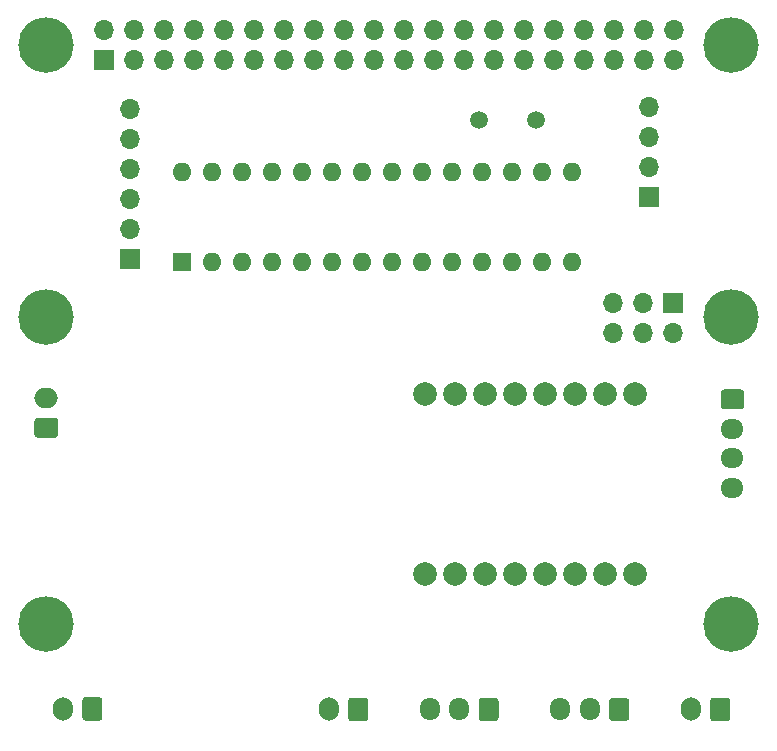
<source format=gbr>
%TF.GenerationSoftware,KiCad,Pcbnew,5.1.10*%
%TF.CreationDate,2021-11-06T21:22:03+05:45*%
%TF.ProjectId,RobotHat,526f626f-7448-4617-942e-6b696361645f,rev?*%
%TF.SameCoordinates,Original*%
%TF.FileFunction,Soldermask,Bot*%
%TF.FilePolarity,Negative*%
%FSLAX46Y46*%
G04 Gerber Fmt 4.6, Leading zero omitted, Abs format (unit mm)*
G04 Created by KiCad (PCBNEW 5.1.10) date 2021-11-06 21:22:03*
%MOMM*%
%LPD*%
G01*
G04 APERTURE LIST*
%ADD10O,1.700000X1.700000*%
%ADD11R,1.700000X1.700000*%
%ADD12C,1.500000*%
%ADD13C,2.000000*%
%ADD14O,1.600000X1.600000*%
%ADD15R,1.600000X1.600000*%
%ADD16O,1.950000X1.700000*%
%ADD17C,4.700000*%
%ADD18O,2.000000X1.700000*%
%ADD19O,1.700000X2.000000*%
%ADD20O,1.700000X1.950000*%
G04 APERTURE END LIST*
D10*
%TO.C,J11*%
X106960000Y-44260000D03*
X106960000Y-46800000D03*
X104420000Y-44260000D03*
X104420000Y-46800000D03*
X101880000Y-44260000D03*
X101880000Y-46800000D03*
X99340000Y-44260000D03*
X99340000Y-46800000D03*
X96800000Y-44260000D03*
X96800000Y-46800000D03*
X94260000Y-44260000D03*
X94260000Y-46800000D03*
X91720000Y-44260000D03*
X91720000Y-46800000D03*
X89180000Y-44260000D03*
X89180000Y-46800000D03*
X86640000Y-44260000D03*
X86640000Y-46800000D03*
X84100000Y-44260000D03*
X84100000Y-46800000D03*
X81560000Y-44260000D03*
X81560000Y-46800000D03*
X79020000Y-44260000D03*
X79020000Y-46800000D03*
X76480000Y-44260000D03*
X76480000Y-46800000D03*
X73940000Y-44260000D03*
X73940000Y-46800000D03*
X71400000Y-44260000D03*
X71400000Y-46800000D03*
X68860000Y-44260000D03*
X68860000Y-46800000D03*
X66320000Y-44260000D03*
X66320000Y-46800000D03*
X63780000Y-44260000D03*
X63780000Y-46800000D03*
X61240000Y-44260000D03*
X61240000Y-46800000D03*
X58700000Y-44260000D03*
D11*
X58700000Y-46800000D03*
%TD*%
D10*
%TO.C,J8*%
X104800000Y-50780000D03*
X104800000Y-53320000D03*
X104800000Y-55860000D03*
D11*
X104800000Y-58400000D03*
%TD*%
D12*
%TO.C,Y1*%
X90406000Y-51818000D03*
X95286000Y-51818000D03*
%TD*%
D13*
%TO.C,U3*%
X103680000Y-75060000D03*
X101140000Y-75060000D03*
X98600000Y-75060000D03*
X96060000Y-75060000D03*
X93520000Y-75060000D03*
X90980000Y-75060000D03*
X88440000Y-75060000D03*
X85900000Y-75060000D03*
X103680000Y-90300000D03*
X101140000Y-90300000D03*
X98600000Y-90300000D03*
X96060000Y-90300000D03*
X93520000Y-90300000D03*
X90980000Y-90300000D03*
X88440000Y-90300000D03*
X85900000Y-90300000D03*
%TD*%
D14*
%TO.C,U1*%
X65314000Y-56262000D03*
X98334000Y-63882000D03*
X67854000Y-56262000D03*
X95794000Y-63882000D03*
X70394000Y-56262000D03*
X93254000Y-63882000D03*
X72934000Y-56262000D03*
X90714000Y-63882000D03*
X75474000Y-56262000D03*
X88174000Y-63882000D03*
X78014000Y-56262000D03*
X85634000Y-63882000D03*
X80554000Y-56262000D03*
X83094000Y-63882000D03*
X83094000Y-56262000D03*
X80554000Y-63882000D03*
X85634000Y-56262000D03*
X78014000Y-63882000D03*
X88174000Y-56262000D03*
X75474000Y-63882000D03*
X90714000Y-56262000D03*
X72934000Y-63882000D03*
X93254000Y-56262000D03*
X70394000Y-63882000D03*
X95794000Y-56262000D03*
X67854000Y-63882000D03*
X98334000Y-56262000D03*
D15*
X65314000Y-63882000D03*
%TD*%
%TO.C,J5*%
G36*
G01*
X111175000Y-74650000D02*
X112625000Y-74650000D01*
G75*
G02*
X112875000Y-74900000I0J-250000D01*
G01*
X112875000Y-76100000D01*
G75*
G02*
X112625000Y-76350000I-250000J0D01*
G01*
X111175000Y-76350000D01*
G75*
G02*
X110925000Y-76100000I0J250000D01*
G01*
X110925000Y-74900000D01*
G75*
G02*
X111175000Y-74650000I250000J0D01*
G01*
G37*
D16*
X111900000Y-78000000D03*
X111900000Y-80500000D03*
X111900000Y-83000000D03*
%TD*%
D11*
%TO.C,J3*%
X106900000Y-67300000D03*
D10*
X106900000Y-69840000D03*
X104360000Y-67300000D03*
X104360000Y-69840000D03*
X101820000Y-67300000D03*
X101820000Y-69840000D03*
%TD*%
%TO.C,J4*%
X60900000Y-50900000D03*
X60900000Y-53440000D03*
X60900000Y-55980000D03*
X60900000Y-58520000D03*
X60900000Y-61060000D03*
D11*
X60900000Y-63600000D03*
%TD*%
D17*
%TO.C,H6*%
X111800000Y-94500000D03*
%TD*%
%TO.C,H5*%
X53800000Y-94500000D03*
%TD*%
D18*
%TO.C,J2*%
X53800000Y-75400000D03*
G36*
G01*
X54550000Y-78750000D02*
X53050000Y-78750000D01*
G75*
G02*
X52800000Y-78500000I0J250000D01*
G01*
X52800000Y-77300000D01*
G75*
G02*
X53050000Y-77050000I250000J0D01*
G01*
X54550000Y-77050000D01*
G75*
G02*
X54800000Y-77300000I0J-250000D01*
G01*
X54800000Y-78500000D01*
G75*
G02*
X54550000Y-78750000I-250000J0D01*
G01*
G37*
%TD*%
D17*
%TO.C,H4*%
X111800000Y-68500000D03*
%TD*%
%TO.C,H3*%
X111800000Y-45500000D03*
%TD*%
%TO.C,H2*%
X53800000Y-68500000D03*
%TD*%
%TO.C,H1*%
X53800000Y-45500000D03*
%TD*%
D19*
%TO.C,J10*%
X108350000Y-101750000D03*
G36*
G01*
X111700000Y-101000000D02*
X111700000Y-102500000D01*
G75*
G02*
X111450000Y-102750000I-250000J0D01*
G01*
X110250000Y-102750000D01*
G75*
G02*
X110000000Y-102500000I0J250000D01*
G01*
X110000000Y-101000000D01*
G75*
G02*
X110250000Y-100750000I250000J0D01*
G01*
X111450000Y-100750000D01*
G75*
G02*
X111700000Y-101000000I0J-250000D01*
G01*
G37*
%TD*%
%TO.C,J9*%
X77700000Y-101750000D03*
G36*
G01*
X81050000Y-101000000D02*
X81050000Y-102500000D01*
G75*
G02*
X80800000Y-102750000I-250000J0D01*
G01*
X79600000Y-102750000D01*
G75*
G02*
X79350000Y-102500000I0J250000D01*
G01*
X79350000Y-101000000D01*
G75*
G02*
X79600000Y-100750000I250000J0D01*
G01*
X80800000Y-100750000D01*
G75*
G02*
X81050000Y-101000000I0J-250000D01*
G01*
G37*
%TD*%
D20*
%TO.C,J7*%
X97300000Y-101750000D03*
X99800000Y-101750000D03*
G36*
G01*
X103150000Y-101025000D02*
X103150000Y-102475000D01*
G75*
G02*
X102900000Y-102725000I-250000J0D01*
G01*
X101700000Y-102725000D01*
G75*
G02*
X101450000Y-102475000I0J250000D01*
G01*
X101450000Y-101025000D01*
G75*
G02*
X101700000Y-100775000I250000J0D01*
G01*
X102900000Y-100775000D01*
G75*
G02*
X103150000Y-101025000I0J-250000D01*
G01*
G37*
%TD*%
%TO.C,J6*%
X86250000Y-101750000D03*
X88750000Y-101750000D03*
G36*
G01*
X92100000Y-101025000D02*
X92100000Y-102475000D01*
G75*
G02*
X91850000Y-102725000I-250000J0D01*
G01*
X90650000Y-102725000D01*
G75*
G02*
X90400000Y-102475000I0J250000D01*
G01*
X90400000Y-101025000D01*
G75*
G02*
X90650000Y-100775000I250000J0D01*
G01*
X91850000Y-100775000D01*
G75*
G02*
X92100000Y-101025000I0J-250000D01*
G01*
G37*
%TD*%
D19*
%TO.C,J1*%
X55200000Y-101700000D03*
G36*
G01*
X58550000Y-100950000D02*
X58550000Y-102450000D01*
G75*
G02*
X58300000Y-102700000I-250000J0D01*
G01*
X57100000Y-102700000D01*
G75*
G02*
X56850000Y-102450000I0J250000D01*
G01*
X56850000Y-100950000D01*
G75*
G02*
X57100000Y-100700000I250000J0D01*
G01*
X58300000Y-100700000D01*
G75*
G02*
X58550000Y-100950000I0J-250000D01*
G01*
G37*
%TD*%
M02*

</source>
